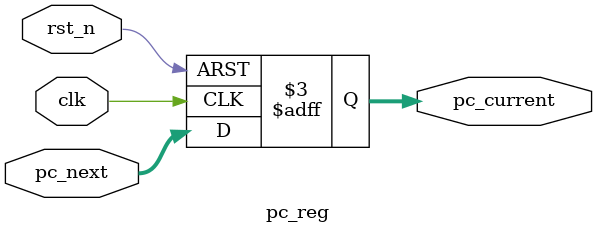
<source format=v>

module pc_reg (
    input  wire        clk,        // Clock input (positive-edge triggered)
    input  wire        rst_n,      // Active-low asynchronous reset
    input  wire [31:0] pc_next,    // Next PC value computed by pc_next_logic
    output reg  [31:0] pc_current  // Current PC value used for instruction fetch
);

    //=================================================================
    // Sequential Logic: Program Counter Update
    //=================================================================
    // Triggering:
    //   - Updates on rising edge of clk
    //   - Resets immediately on falling edge of rst_n
    //
    // Reset Behavior:
    //   - PC is reset to 0x00000000
    //
    // Normal Operation:
    //   - PC loads pc_next every cycle
    //=================================================================
    always @(posedge clk or negedge rst_n) begin
        if (!rst_n) begin
            pc_current <= 32'h0000_0000;   // Reset PC to address 0
        end
        else begin
            pc_current <= pc_next;         // Update PC with computed next value
        end
    end

endmodule

</source>
